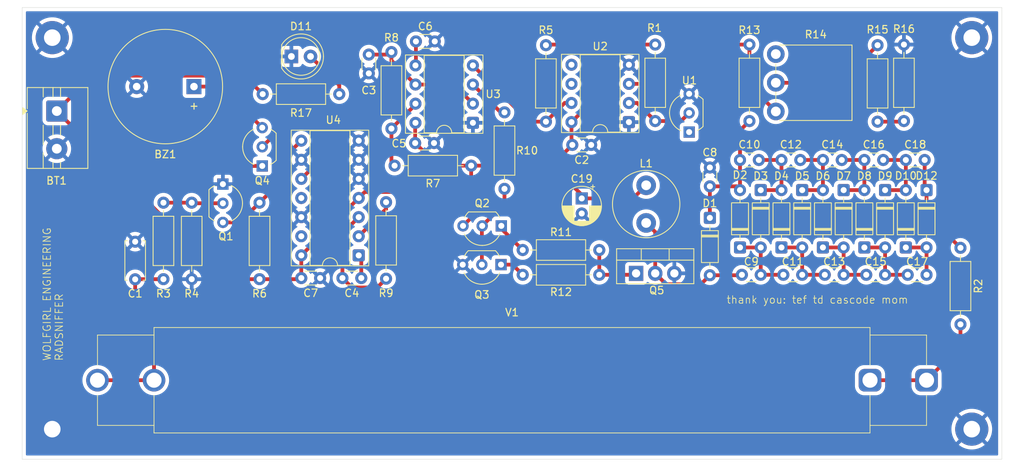
<source format=kicad_pcb>
(kicad_pcb
	(version 20241229)
	(generator "pcbnew")
	(generator_version "9.0")
	(general
		(thickness 1.6)
		(legacy_teardrops no)
	)
	(paper "A4")
	(layers
		(0 "F.Cu" signal)
		(2 "B.Cu" signal)
		(9 "F.Adhes" user "F.Adhesive")
		(11 "B.Adhes" user "B.Adhesive")
		(13 "F.Paste" user)
		(15 "B.Paste" user)
		(5 "F.SilkS" user "F.Silkscreen")
		(7 "B.SilkS" user "B.Silkscreen")
		(1 "F.Mask" user)
		(3 "B.Mask" user)
		(17 "Dwgs.User" user "User.Drawings")
		(19 "Cmts.User" user "User.Comments")
		(21 "Eco1.User" user "User.Eco1")
		(23 "Eco2.User" user "User.Eco2")
		(25 "Edge.Cuts" user)
		(27 "Margin" user)
		(31 "F.CrtYd" user "F.Courtyard")
		(29 "B.CrtYd" user "B.Courtyard")
		(35 "F.Fab" user)
		(33 "B.Fab" user)
		(39 "User.1" user)
		(41 "User.2" user)
		(43 "User.3" user)
		(45 "User.4" user)
	)
	(setup
		(stackup
			(layer "F.SilkS"
				(type "Top Silk Screen")
			)
			(layer "F.Paste"
				(type "Top Solder Paste")
			)
			(layer "F.Mask"
				(type "Top Solder Mask")
				(thickness 0.01)
			)
			(layer "F.Cu"
				(type "copper")
				(thickness 0.035)
			)
			(layer "dielectric 1"
				(type "core")
				(thickness 1.51)
				(material "FR4")
				(epsilon_r 4.5)
				(loss_tangent 0.02)
			)
			(layer "B.Cu"
				(type "copper")
				(thickness 0.035)
			)
			(layer "B.Mask"
				(type "Bottom Solder Mask")
				(thickness 0.01)
			)
			(layer "B.Paste"
				(type "Bottom Solder Paste")
			)
			(layer "B.SilkS"
				(type "Bottom Silk Screen")
			)
			(copper_finish "None")
			(dielectric_constraints no)
		)
		(pad_to_mask_clearance 0)
		(allow_soldermask_bridges_in_footprints no)
		(tenting front back)
		(pcbplotparams
			(layerselection 0x00000000_00000000_55555555_5755f5ff)
			(plot_on_all_layers_selection 0x00000000_00000000_00000000_00000000)
			(disableapertmacros no)
			(usegerberextensions no)
			(usegerberattributes yes)
			(usegerberadvancedattributes yes)
			(creategerberjobfile yes)
			(dashed_line_dash_ratio 12.000000)
			(dashed_line_gap_ratio 3.000000)
			(svgprecision 4)
			(plotframeref no)
			(mode 1)
			(useauxorigin no)
			(hpglpennumber 1)
			(hpglpenspeed 20)
			(hpglpendiameter 15.000000)
			(pdf_front_fp_property_popups yes)
			(pdf_back_fp_property_popups yes)
			(pdf_metadata yes)
			(pdf_single_document no)
			(dxfpolygonmode yes)
			(dxfimperialunits yes)
			(dxfusepcbnewfont yes)
			(psnegative no)
			(psa4output no)
			(plot_black_and_white yes)
			(sketchpadsonfab no)
			(plotpadnumbers no)
			(hidednponfab no)
			(sketchdnponfab yes)
			(crossoutdnponfab yes)
			(subtractmaskfromsilk no)
			(outputformat 1)
			(mirror no)
			(drillshape 0)
			(scaleselection 1)
			(outputdirectory "waff/")
		)
	)
	(net 0 "")
	(net 1 "VCC")
	(net 2 "GND")
	(net 3 "Net-(BZ1-+)")
	(net 4 "Net-(D1-A)")
	(net 5 "Net-(D2-K)")
	(net 6 "Net-(D4-K)")
	(net 7 "Net-(D6-K)")
	(net 8 "Net-(D8-K)")
	(net 9 "Net-(D3-K)")
	(net 10 "Net-(D1-K)")
	(net 11 "Net-(D5-K)")
	(net 12 "Net-(D7-K)")
	(net 13 "HV")
	(net 14 "Net-(Q1-B)")
	(net 15 "Net-(U2--)")
	(net 16 "Net-(U4-R)")
	(net 17 "Net-(U4-RC_COMMON)")
	(net 18 "unconnected-(U2-BAL-Pad5)")
	(net 19 "unconnected-(U2-STRB-Pad6)")
	(net 20 "Net-(U4-C)")
	(net 21 "unconnected-(U4-OSC_OUT-Pad13)")
	(net 22 "Net-(Q4-G)")
	(net 23 "unconnected-(U4-~{Q}-Pad11)")
	(net 24 "Net-(D10-A)")
	(net 25 "Net-(D11-A)")
	(net 26 "Net-(C1-Pad1)")
	(net 27 "Net-(U3-THR)")
	(net 28 "Net-(Q3-E)")
	(net 29 "Net-(U3-CV)")
	(net 30 "Net-(D10-K)")
	(net 31 "Net-(Q1-C)")
	(net 32 "Net-(Q2-B)")
	(net 33 "Net-(Q2-E)")
	(net 34 "Net-(Q5-G)")
	(net 35 "Net-(U1-K)")
	(net 36 "Net-(R2-Pad2)")
	(net 37 "Net-(U3-R)")
	(net 38 "Net-(U3-DIS)")
	(net 39 "Net-(U3-Q)")
	(net 40 "Net-(R14-Pad2)")
	(net 41 "Net-(R15-Pad1)")
	(footprint "Capacitor_THT:C_Disc_D3.0mm_W1.6mm_P2.50mm" (layer "F.Cu") (at 121 55.5))
	(footprint "Diode_THT:D_DO-35_SOD27_P7.62mm_Horizontal" (layer "F.Cu") (at 118 44.25 -90))
	(footprint "Resistor_THT:R_Axial_DIN0207_L6.3mm_D2.5mm_P10.16mm_Horizontal" (layer "F.Cu") (at 86.42 55.5))
	(footprint "Potentiometer_THT:Potentiometer_ACP_CA9-V10_Vertical" (layer "F.Cu") (at 120 32.495))
	(footprint "Capacitor_THT:C_Disc_D3.0mm_W1.6mm_P2.50mm" (layer "F.Cu") (at 72.15 38))
	(footprint "Inductor_THT:L_Radial_D8.7mm_P5.00mm_Fastron_07HCP" (layer "F.Cu") (at 102.8 43.61 -90))
	(footprint "Diode_THT:D_DO-35_SOD27_P7.62mm_Horizontal" (layer "F.Cu") (at 137.25 51.87 90))
	(footprint "Resistor_THT:R_Axial_DIN0207_L6.3mm_D2.5mm_P10.16mm_Horizontal" (layer "F.Cu") (at 79.58 41 180))
	(footprint "Capacitor_THT:C_Disc_D3.0mm_W1.6mm_P2.50mm" (layer "F.Cu") (at 132 55.5))
	(footprint "Capacitor_THT:C_Disc_D3.0mm_W1.6mm_P2.50mm" (layer "F.Cu") (at 131.75 40.25))
	(footprint "Capacitor_THT:C_Disc_D3.0mm_W1.6mm_P2.50mm" (layer "F.Cu") (at 120.75 40.25))
	(footprint "Capacitor_THT:C_Disc_D3.0mm_W1.6mm_P2.50mm" (layer "F.Cu") (at 72.25 24.5))
	(footprint "Diode_THT:D_DO-35_SOD27_P7.62mm_Horizontal" (layer "F.Cu") (at 134.5 44.25 -90))
	(footprint "Buzzer_Beeper:Buzzer_15x7.5RM7.6" (layer "F.Cu") (at 42.8 30.5 180))
	(footprint "Diode_THT:D_DO-35_SOD27_P7.62mm_Horizontal" (layer "F.Cu") (at 111.25 47.94 -90))
	(footprint "Capacitor_THT:C_Disc_D3.0mm_W1.6mm_P2.50mm" (layer "F.Cu") (at 137.25 40.25))
	(footprint "Resistor_THT:R_Axial_DIN0207_L6.3mm_D2.5mm_P10.16mm_Horizontal" (layer "F.Cu") (at 89.5 25 -90))
	(footprint "LED_THT:LED_D5.0mm" (layer "F.Cu") (at 55.725 26.5))
	(footprint "Resistor_THT:R_Axial_DIN0207_L6.3mm_D2.5mm_P10.16mm_Horizontal" (layer "F.Cu") (at 116.5 24.92 -90))
	(footprint "Resistor_THT:R_Axial_DIN0207_L6.3mm_D2.5mm_P10.16mm_Horizontal" (layer "F.Cu") (at 144.5 51.92 -90))
	(footprint "Package_TO_SOT_THT:TO-220-3_Vertical" (layer "F.Cu") (at 101.46 55.31))
	(footprint "Package_TO_SOT_THT:TO-92_Inline_Wide" (layer "F.Cu") (at 51.86 41.04 90))
	(footprint "Package_TO_SOT_THT:TO-92_Inline_Wide" (layer "F.Cu") (at 108.5 36.54 90))
	(footprint "Capacitor_THT:CP_Radial_D5.0mm_P2.00mm" (layer "F.Cu") (at 94.25 45.354887 -90))
	(footprint "Package_DIP:DIP-14_W7.62mm_Socket" (layer "F.Cu") (at 64.66 52.92 180))
	(footprint "Resistor_THT:R_Axial_DIN0207_L6.3mm_D2.5mm_P10.16mm_Horizontal" (layer "F.Cu") (at 51.5 56.08 90))
	(footprint "Package_DIP:DIP-8_W7.62mm_Socket" (layer "F.Cu") (at 100.51 35.22 180))
	(footprint "Capacitor_THT:C_Disc_D3.0mm_W1.6mm_P2.50mm" (layer "F.Cu") (at 93 38.25))
	(footprint "TerminalBlock:TerminalBlock_MaiXu_MX126-5.0-02P_1x02_P5.00mm" (layer "F.Cu") (at 24.6 33.75 -90))
	(footprint "Capacitor_THT:C_Disc_D5.0mm_W2.5mm_P5.00mm" (layer "F.Cu") (at 35 56.1 90))
	(footprint "Capacitor_THT:C_Disc_D3.0mm_W1.6mm_P2.50mm" (layer "F.Cu") (at 57.041 55.934))
	(footprint "Capacitor_THT:C_Disc_D3.0mm_W1.6mm_P2.50mm" (layer "F.Cu") (at 115.5 55.5))
	(footprint "MountingHole:MountingHole_2.2mm_M2_Pad" (layer "F.Cu") (at 146 24))
	(footprint "Capacitor_THT:C_Disc_D3.0mm_W1.6mm_P2.50mm" (layer "F.Cu") (at 126.5 55.5))
	(footprint "Resistor_THT:R_Axial_DIN0207_L6.3mm_D2.5mm_P10.16mm_Horizontal" (layer "F.Cu") (at 38.75 56.08 90))
	(footprint "Resistor_THT:R_Axial_DIN0207_L6.3mm_D2.5mm_P10.16mm_Horizontal" (layer "F.Cu") (at 137 35.08 90))
	(footprint "Diode_THT:D_DO-35_SOD27_P7.62mm_Horizontal" (layer "F.Cu") (at 115.25 51.87 90))
	(footprint "Diode_THT:D_DO-35_SOD27_P7.62mm_Horizontal"
		(layer "F.Cu")
		(uuid "a36d96ba-f0af-4c70-beef-4aea235f9c67")
		(at 140 44.25 -90)
		(descr "Diode, DO-35_SOD27 series, Axial, Horizontal, pin pitch=7.62mm, length*diameter=4*2mm^2, http://www.diodes.com/_files/packages/DO-35.pdf")
		(tags "Diode DO-35_SOD27 series Axial Horizontal pin pitch 7.62mm  length 4mm diameter 2mm")
		(property "Reference" "D12"
			(at -1.9 0 180)
			(layer "F.SilkS")
			(uuid "929c771b-569e-49d8-a11e-6c8c904d026a")
			(effects
				(font
					(size 1 1)
					(thickness 0.15)
				)
			)
		)
		(property "Value" "1N4148"
			(at 3.81 2.12 90)
			(layer "F.Fab")
			(uuid "a992c0b5-5d48-4cba-bb79-a6f5fab74cda")
			(effects
				(font
					(size 1 1)
					(thickness 0.15)
				)
			)
		)
		(property "Datasheet" "https://assets.nexperia.com/documents/data-sheet/1N4148_1N4448.pdf"
			(at 0 0 90)
			(layer "F.Fab")
			(hide yes)
			(uuid "0d60945a-d5dd-4be7-b1b9-bced40d3659f")
			(effects
				(font
					(size 1.27 1.27)
					(thickness 0.15)
				)
			)
		)
		(property "Description" "100V 0.15A standard switching diode, DO-35"
			(at 0 0 90)
			(layer "F.Fab")
			(hide yes)
			(uuid "412557e6-dc1f-4dd1-b754-47e0d5c9942c")
			(effects
				(font
					(size 1.27 1.27)
					(thickness 0.15)
				)
			)
		)
		(property "Sim.Device" "D"
			(at 0 0 270)
			(unlocked yes)
			(layer "F.Fab")
			(hide yes)
			(uuid "8ef0eec8-dc44-44a8-893b-cd190d5a514f")
			(effects
				(font
					(size 1 1)
					(thickness 0.15)
				)
			)
		)
		(property "Sim.Pins" "1=K 2=A"
			(at 0 0 270)
			(unlocked yes)
			(layer "F.Fab")
			(hide yes)
			(uuid "8654d804-4166-4a80-bdbc-242e389815c3")
			(effects
				(font
					(size 1 1)
					(thickness 0.15)
				)
			)
		)
		(property ki_fp_filters "D*DO?35*")
		(path "/f3e02fb9-5f10-4528-8e97-9b0fcd67597d")
		(sheetname "/")
		(sheetfile "HV revision.kicad_sch")
		(attr through_hole)
		(fp_line
			(start 1.04 0)
			(end 1.69 0)
			(stroke
				(width 0.12)
				(type solid)
			)
			(layer "F.SilkS")
			(uuid "a242d5d2-886e-470a-9560-50116819cee1")
		)
		(fp_line
			(start 6.58 0)
			(end 5.93 0)
			(stroke
				(width 0.12)
				(type solid)
			)
			(layer "F.SilkS")
			(uuid "71682c48-b135-45d4-ab50-8479cfdd9057")
		)
		(fp_line
			(start 2.29 -1.12)
			(end 2.29 1.12)
			(stroke
				(width 0.12)
				(type solid)
			)
			(layer "F.SilkS")
			(uuid "942282e2-fd3c-4563-ad79-a0eb22d2a7f1")
		)
		(fp_line
			(start 2.41 -1.12)
			(end 2.41 1.12)
			(stroke
				(width 0.12)
				(type solid)
			)
			(layer "F.SilkS")
			(uuid "9fa9baca-f43b-4015-a4e3-3d6a4f221b33")
		)
		(fp_line
			(start 2.53 -1.12)
			(end 2.53 1.12)
			(stroke
				(width 0.12)
				(type solid)
			)
			(layer "F.SilkS")
			(uuid "89ffa868-9f0d-4629-b185-c50e86843bb0")
		)
		(fp_rect
			(start 1.69 -1.12)
			(end 5.93 1.12)
			(stroke
				(width 0.12)
				(type solid)
			)
			(fill no)
			(layer "F.SilkS")
			(uuid "27794a9b-2839-4368-a661-4894bfaedf3e")
		)
		(fp_rect
			(start -1.05 -1.25)
			(end 8.67 1.25)
			(stroke
				(width 0.05)
				(type solid)
			)
			(fill no)
			(layer "F.CrtYd")
			(uuid "d45e66e6-dbb9-4b7f-b86a-fb4676db888d")
		)
		(fp_line
			(start 0 0)
			(end 1.81 0)
			(stroke
				(width 0.1)
				(type solid)
			)
			(layer "F.Fab")
			(uuid "9925c2a0-80d0-4dba-ad8e-8ea35bab7b44")
		)
		(fp_line
			(start 7.62 0)
			(end 5.81 0)
			(stroke
				(width 0.1)
				(type solid)
			)
			(layer "F.Fab")
			(uuid "ab36c4e7-1ed2-443a-b7c6-c9c6a52cc457")
		)
		(fp_line
			(start 2.31 -1)
			(end 2.31 1)
			(stroke
				(width 0.1)
				(type solid)
			)
			(layer "F.Fab")
			(uuid "5a4748bc-4314-47e9-9ae8-4a895f187596")
		)
		(fp_line
			(start 2.41 -1)
			(end 2.41 1)
			(stroke
				(width 0.1)
				(type solid)
			)
			(layer "F.Fab")
			(uuid "bc88ee51-a161-4923-997a-076601f32313")
		)
		(fp_line
			(start 2.51 -1)
			(end 2.51 1)
			(stroke
				(width 0.1)
				(type solid)
			)
			(layer "F.Fab")
			(uuid "ee78e8f3-9ec3-47f7-9b91-c1cae6823e65")
		)
		(fp_rect
			(start 1.81 -1)
			(end 5.81 1)
			(stroke
				(width 0.1)
				(type solid)
			)
			(fill no)
			(layer "F.Fab")
			(uuid "f5d1566f-e2cc-4ccc-a9b1-4f5d461e2eb7")
		)
		(fp_text user "${REFERENCE}"
			(at 4.11 0 90)
			(layer "F.Fab")
			(uuid "11ae06bb-70cf-49c4-aed4-aa7dded62539")
			(effects
				(font
					(size 0.8 0.8)
					(thickness 0.12)
				)
			)
		)
		(fp_text user "K"
			(at 0 -1.8 90)
			(layer "F.Fab")
			(uuid "eee22071-4def-4ccf-98f5-aba19ea4ed79")
			(effects
				(font
					(size 1 1)
					(thickness 0.15)
				)
			)
		)
		(pad "1" thru_hole roundrect
			(at 0 0 270)
			(size 1.6 1.6)
			(drill 0.8)
			(layers "*.Cu" "*.Mask")
			(remove_unused_layers no)
			(roundrect_rratio 0.15625)
			(net 13 "HV")
			(pinfunction "K")
			(pintype "passive")
			(uuid "1142b02d-0c9a-456d-b8f1-40479352eaee")
		)
		(pad "2" thru_hole circle
			(at 7.62 0 270)
			(size 1.6 1.6)
			(drill 0.8)
			(layers "*.Cu" "*.Mask")
			(remove_unused_layers no)
			(net 30 "Net-(D10-K)")
			(pinfunction "A")
			(pintype "passive")
			(uuid "b1cbe5f4-581b-49c1-ae5c-d332a98a24ac")
		)
		(embedded_fonts no)
		(model "${KICAD9_3DMODEL_DIR}/Diode_THT.3dshapes/D_DO-35_SOD27_P7.62mm_Horizontal.step"
			(offset
				(xyz 0 0 0)
			)
			(scale
				(xyz 1 1 1)
			)
			(rotate
	
... [417532 chars truncated]
</source>
